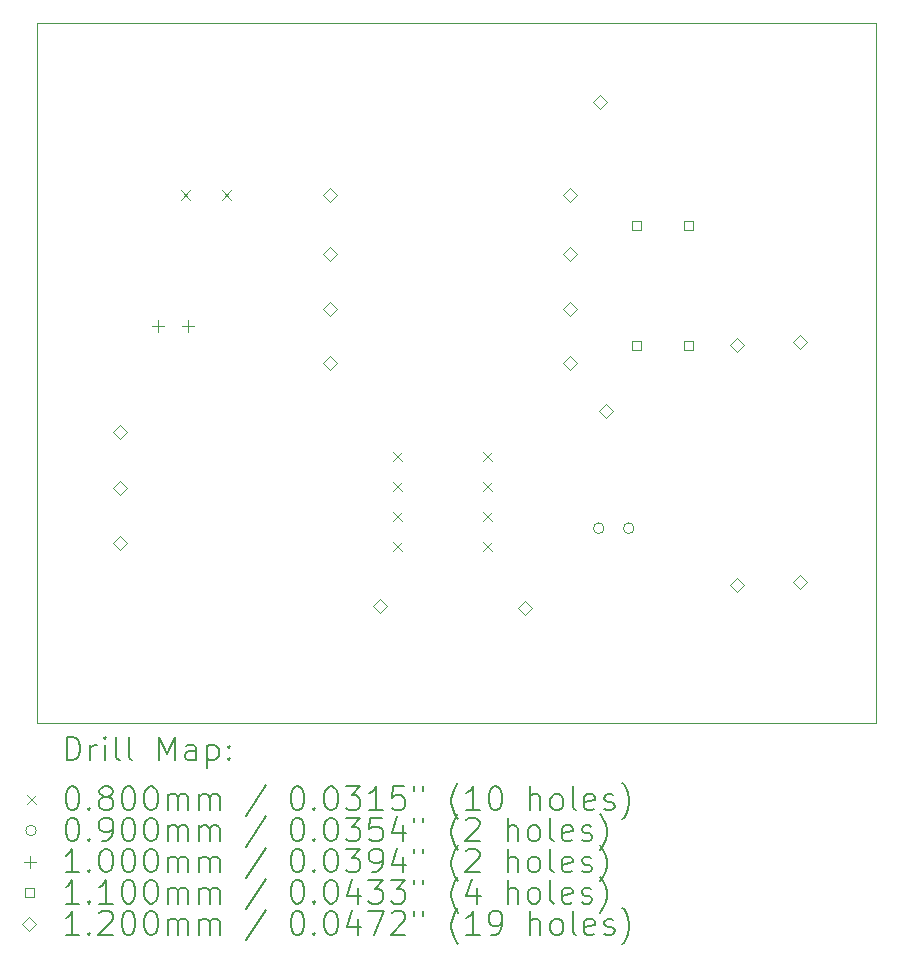
<source format=gbr>
%TF.GenerationSoftware,KiCad,Pcbnew,(6.0.9-0)*%
%TF.CreationDate,2023-01-30T19:32:21-05:00*%
%TF.ProjectId,LM741_Tester,4c4d3734-315f-4546-9573-7465722e6b69,rev?*%
%TF.SameCoordinates,Original*%
%TF.FileFunction,Drillmap*%
%TF.FilePolarity,Positive*%
%FSLAX45Y45*%
G04 Gerber Fmt 4.5, Leading zero omitted, Abs format (unit mm)*
G04 Created by KiCad (PCBNEW (6.0.9-0)) date 2023-01-30 19:32:21*
%MOMM*%
%LPD*%
G01*
G04 APERTURE LIST*
%ADD10C,0.100000*%
%ADD11C,0.200000*%
%ADD12C,0.080000*%
%ADD13C,0.090000*%
%ADD14C,0.110000*%
%ADD15C,0.120000*%
G04 APERTURE END LIST*
D10*
X13479900Y-3724900D02*
X20585100Y-3724900D01*
X20585100Y-3724900D02*
X20585100Y-9652000D01*
X20585100Y-9652000D02*
X13479900Y-9652000D01*
X13479900Y-9652000D02*
X13479900Y-3724900D01*
D11*
D12*
X14697600Y-5141600D02*
X14777600Y-5221600D01*
X14777600Y-5141600D02*
X14697600Y-5221600D01*
X15047600Y-5141600D02*
X15127600Y-5221600D01*
X15127600Y-5141600D02*
X15047600Y-5221600D01*
X16494400Y-7352400D02*
X16574400Y-7432400D01*
X16574400Y-7352400D02*
X16494400Y-7432400D01*
X16494400Y-7606400D02*
X16574400Y-7686400D01*
X16574400Y-7606400D02*
X16494400Y-7686400D01*
X16494400Y-7860400D02*
X16574400Y-7940400D01*
X16574400Y-7860400D02*
X16494400Y-7940400D01*
X16494400Y-8114400D02*
X16574400Y-8194400D01*
X16574400Y-8114400D02*
X16494400Y-8194400D01*
X17256400Y-7352400D02*
X17336400Y-7432400D01*
X17336400Y-7352400D02*
X17256400Y-7432400D01*
X17256400Y-7606400D02*
X17336400Y-7686400D01*
X17336400Y-7606400D02*
X17256400Y-7686400D01*
X17256400Y-7860400D02*
X17336400Y-7940400D01*
X17336400Y-7860400D02*
X17256400Y-7940400D01*
X17256400Y-8114400D02*
X17336400Y-8194400D01*
X17336400Y-8114400D02*
X17256400Y-8194400D01*
D13*
X18281700Y-8001000D02*
G75*
G03*
X18281700Y-8001000I-45000J0D01*
G01*
X18535700Y-8001000D02*
G75*
G03*
X18535700Y-8001000I-45000J0D01*
G01*
D10*
X14503900Y-6236500D02*
X14503900Y-6336500D01*
X14453900Y-6286500D02*
X14553900Y-6286500D01*
X14757900Y-6236500D02*
X14757900Y-6336500D01*
X14707900Y-6286500D02*
X14807900Y-6286500D01*
D14*
X18593591Y-5474491D02*
X18593591Y-5396709D01*
X18515809Y-5396709D01*
X18515809Y-5474491D01*
X18593591Y-5474491D01*
X18593591Y-6490491D02*
X18593591Y-6412709D01*
X18515809Y-6412709D01*
X18515809Y-6490491D01*
X18593591Y-6490491D01*
X19038091Y-5474491D02*
X19038091Y-5396709D01*
X18960309Y-5396709D01*
X18960309Y-5474491D01*
X19038091Y-5474491D01*
X19038091Y-6490491D02*
X19038091Y-6412709D01*
X18960309Y-6412709D01*
X18960309Y-6490491D01*
X19038091Y-6490491D01*
D15*
X14185900Y-7248200D02*
X14245900Y-7188200D01*
X14185900Y-7128200D01*
X14125900Y-7188200D01*
X14185900Y-7248200D01*
X14185900Y-7718200D02*
X14245900Y-7658200D01*
X14185900Y-7598200D01*
X14125900Y-7658200D01*
X14185900Y-7718200D01*
X14185900Y-8188200D02*
X14245900Y-8128200D01*
X14185900Y-8068200D01*
X14125900Y-8128200D01*
X14185900Y-8188200D01*
X15963900Y-5241600D02*
X16023900Y-5181600D01*
X15963900Y-5121600D01*
X15903900Y-5181600D01*
X15963900Y-5241600D01*
X15963900Y-5736900D02*
X16023900Y-5676900D01*
X15963900Y-5616900D01*
X15903900Y-5676900D01*
X15963900Y-5736900D01*
X15963900Y-6206800D02*
X16023900Y-6146800D01*
X15963900Y-6086800D01*
X15903900Y-6146800D01*
X15963900Y-6206800D01*
X15963900Y-6664000D02*
X16023900Y-6604000D01*
X15963900Y-6544000D01*
X15903900Y-6604000D01*
X15963900Y-6664000D01*
X16383000Y-8721400D02*
X16443000Y-8661400D01*
X16383000Y-8601400D01*
X16323000Y-8661400D01*
X16383000Y-8721400D01*
X17614900Y-8734100D02*
X17674900Y-8674100D01*
X17614900Y-8614100D01*
X17554900Y-8674100D01*
X17614900Y-8734100D01*
X17995900Y-5241600D02*
X18055900Y-5181600D01*
X17995900Y-5121600D01*
X17935900Y-5181600D01*
X17995900Y-5241600D01*
X17995900Y-5736900D02*
X18055900Y-5676900D01*
X17995900Y-5616900D01*
X17935900Y-5676900D01*
X17995900Y-5736900D01*
X17995900Y-6206800D02*
X18055900Y-6146800D01*
X17995900Y-6086800D01*
X17935900Y-6146800D01*
X17995900Y-6206800D01*
X17995900Y-6664000D02*
X18055900Y-6604000D01*
X17995900Y-6544000D01*
X17935900Y-6604000D01*
X17995900Y-6664000D01*
X18249900Y-4454200D02*
X18309900Y-4394200D01*
X18249900Y-4334200D01*
X18189900Y-4394200D01*
X18249900Y-4454200D01*
X18300700Y-7070400D02*
X18360700Y-7010400D01*
X18300700Y-6950400D01*
X18240700Y-7010400D01*
X18300700Y-7070400D01*
X19405600Y-6511600D02*
X19465600Y-6451600D01*
X19405600Y-6391600D01*
X19345600Y-6451600D01*
X19405600Y-6511600D01*
X19405600Y-8543600D02*
X19465600Y-8483600D01*
X19405600Y-8423600D01*
X19345600Y-8483600D01*
X19405600Y-8543600D01*
X19939000Y-6486200D02*
X19999000Y-6426200D01*
X19939000Y-6366200D01*
X19879000Y-6426200D01*
X19939000Y-6486200D01*
X19939000Y-8518200D02*
X19999000Y-8458200D01*
X19939000Y-8398200D01*
X19879000Y-8458200D01*
X19939000Y-8518200D01*
D11*
X13732519Y-9967476D02*
X13732519Y-9767476D01*
X13780138Y-9767476D01*
X13808709Y-9777000D01*
X13827757Y-9796048D01*
X13837281Y-9815095D01*
X13846805Y-9853190D01*
X13846805Y-9881762D01*
X13837281Y-9919857D01*
X13827757Y-9938905D01*
X13808709Y-9957952D01*
X13780138Y-9967476D01*
X13732519Y-9967476D01*
X13932519Y-9967476D02*
X13932519Y-9834143D01*
X13932519Y-9872238D02*
X13942043Y-9853190D01*
X13951567Y-9843667D01*
X13970614Y-9834143D01*
X13989662Y-9834143D01*
X14056328Y-9967476D02*
X14056328Y-9834143D01*
X14056328Y-9767476D02*
X14046805Y-9777000D01*
X14056328Y-9786524D01*
X14065852Y-9777000D01*
X14056328Y-9767476D01*
X14056328Y-9786524D01*
X14180138Y-9967476D02*
X14161090Y-9957952D01*
X14151567Y-9938905D01*
X14151567Y-9767476D01*
X14284900Y-9967476D02*
X14265852Y-9957952D01*
X14256328Y-9938905D01*
X14256328Y-9767476D01*
X14513471Y-9967476D02*
X14513471Y-9767476D01*
X14580138Y-9910333D01*
X14646805Y-9767476D01*
X14646805Y-9967476D01*
X14827757Y-9967476D02*
X14827757Y-9862714D01*
X14818233Y-9843667D01*
X14799186Y-9834143D01*
X14761090Y-9834143D01*
X14742043Y-9843667D01*
X14827757Y-9957952D02*
X14808709Y-9967476D01*
X14761090Y-9967476D01*
X14742043Y-9957952D01*
X14732519Y-9938905D01*
X14732519Y-9919857D01*
X14742043Y-9900810D01*
X14761090Y-9891286D01*
X14808709Y-9891286D01*
X14827757Y-9881762D01*
X14922995Y-9834143D02*
X14922995Y-10034143D01*
X14922995Y-9843667D02*
X14942043Y-9834143D01*
X14980138Y-9834143D01*
X14999186Y-9843667D01*
X15008709Y-9853190D01*
X15018233Y-9872238D01*
X15018233Y-9929381D01*
X15008709Y-9948429D01*
X14999186Y-9957952D01*
X14980138Y-9967476D01*
X14942043Y-9967476D01*
X14922995Y-9957952D01*
X15103948Y-9948429D02*
X15113471Y-9957952D01*
X15103948Y-9967476D01*
X15094424Y-9957952D01*
X15103948Y-9948429D01*
X15103948Y-9967476D01*
X15103948Y-9843667D02*
X15113471Y-9853190D01*
X15103948Y-9862714D01*
X15094424Y-9853190D01*
X15103948Y-9843667D01*
X15103948Y-9862714D01*
D12*
X13394900Y-10257000D02*
X13474900Y-10337000D01*
X13474900Y-10257000D02*
X13394900Y-10337000D01*
D11*
X13770614Y-10187476D02*
X13789662Y-10187476D01*
X13808709Y-10197000D01*
X13818233Y-10206524D01*
X13827757Y-10225571D01*
X13837281Y-10263667D01*
X13837281Y-10311286D01*
X13827757Y-10349381D01*
X13818233Y-10368429D01*
X13808709Y-10377952D01*
X13789662Y-10387476D01*
X13770614Y-10387476D01*
X13751567Y-10377952D01*
X13742043Y-10368429D01*
X13732519Y-10349381D01*
X13722995Y-10311286D01*
X13722995Y-10263667D01*
X13732519Y-10225571D01*
X13742043Y-10206524D01*
X13751567Y-10197000D01*
X13770614Y-10187476D01*
X13922995Y-10368429D02*
X13932519Y-10377952D01*
X13922995Y-10387476D01*
X13913471Y-10377952D01*
X13922995Y-10368429D01*
X13922995Y-10387476D01*
X14046805Y-10273190D02*
X14027757Y-10263667D01*
X14018233Y-10254143D01*
X14008709Y-10235095D01*
X14008709Y-10225571D01*
X14018233Y-10206524D01*
X14027757Y-10197000D01*
X14046805Y-10187476D01*
X14084900Y-10187476D01*
X14103948Y-10197000D01*
X14113471Y-10206524D01*
X14122995Y-10225571D01*
X14122995Y-10235095D01*
X14113471Y-10254143D01*
X14103948Y-10263667D01*
X14084900Y-10273190D01*
X14046805Y-10273190D01*
X14027757Y-10282714D01*
X14018233Y-10292238D01*
X14008709Y-10311286D01*
X14008709Y-10349381D01*
X14018233Y-10368429D01*
X14027757Y-10377952D01*
X14046805Y-10387476D01*
X14084900Y-10387476D01*
X14103948Y-10377952D01*
X14113471Y-10368429D01*
X14122995Y-10349381D01*
X14122995Y-10311286D01*
X14113471Y-10292238D01*
X14103948Y-10282714D01*
X14084900Y-10273190D01*
X14246805Y-10187476D02*
X14265852Y-10187476D01*
X14284900Y-10197000D01*
X14294424Y-10206524D01*
X14303948Y-10225571D01*
X14313471Y-10263667D01*
X14313471Y-10311286D01*
X14303948Y-10349381D01*
X14294424Y-10368429D01*
X14284900Y-10377952D01*
X14265852Y-10387476D01*
X14246805Y-10387476D01*
X14227757Y-10377952D01*
X14218233Y-10368429D01*
X14208709Y-10349381D01*
X14199186Y-10311286D01*
X14199186Y-10263667D01*
X14208709Y-10225571D01*
X14218233Y-10206524D01*
X14227757Y-10197000D01*
X14246805Y-10187476D01*
X14437281Y-10187476D02*
X14456328Y-10187476D01*
X14475376Y-10197000D01*
X14484900Y-10206524D01*
X14494424Y-10225571D01*
X14503948Y-10263667D01*
X14503948Y-10311286D01*
X14494424Y-10349381D01*
X14484900Y-10368429D01*
X14475376Y-10377952D01*
X14456328Y-10387476D01*
X14437281Y-10387476D01*
X14418233Y-10377952D01*
X14408709Y-10368429D01*
X14399186Y-10349381D01*
X14389662Y-10311286D01*
X14389662Y-10263667D01*
X14399186Y-10225571D01*
X14408709Y-10206524D01*
X14418233Y-10197000D01*
X14437281Y-10187476D01*
X14589662Y-10387476D02*
X14589662Y-10254143D01*
X14589662Y-10273190D02*
X14599186Y-10263667D01*
X14618233Y-10254143D01*
X14646805Y-10254143D01*
X14665852Y-10263667D01*
X14675376Y-10282714D01*
X14675376Y-10387476D01*
X14675376Y-10282714D02*
X14684900Y-10263667D01*
X14703948Y-10254143D01*
X14732519Y-10254143D01*
X14751567Y-10263667D01*
X14761090Y-10282714D01*
X14761090Y-10387476D01*
X14856328Y-10387476D02*
X14856328Y-10254143D01*
X14856328Y-10273190D02*
X14865852Y-10263667D01*
X14884900Y-10254143D01*
X14913471Y-10254143D01*
X14932519Y-10263667D01*
X14942043Y-10282714D01*
X14942043Y-10387476D01*
X14942043Y-10282714D02*
X14951567Y-10263667D01*
X14970614Y-10254143D01*
X14999186Y-10254143D01*
X15018233Y-10263667D01*
X15027757Y-10282714D01*
X15027757Y-10387476D01*
X15418233Y-10177952D02*
X15246805Y-10435095D01*
X15675376Y-10187476D02*
X15694424Y-10187476D01*
X15713471Y-10197000D01*
X15722995Y-10206524D01*
X15732519Y-10225571D01*
X15742043Y-10263667D01*
X15742043Y-10311286D01*
X15732519Y-10349381D01*
X15722995Y-10368429D01*
X15713471Y-10377952D01*
X15694424Y-10387476D01*
X15675376Y-10387476D01*
X15656328Y-10377952D01*
X15646805Y-10368429D01*
X15637281Y-10349381D01*
X15627757Y-10311286D01*
X15627757Y-10263667D01*
X15637281Y-10225571D01*
X15646805Y-10206524D01*
X15656328Y-10197000D01*
X15675376Y-10187476D01*
X15827757Y-10368429D02*
X15837281Y-10377952D01*
X15827757Y-10387476D01*
X15818233Y-10377952D01*
X15827757Y-10368429D01*
X15827757Y-10387476D01*
X15961090Y-10187476D02*
X15980138Y-10187476D01*
X15999186Y-10197000D01*
X16008709Y-10206524D01*
X16018233Y-10225571D01*
X16027757Y-10263667D01*
X16027757Y-10311286D01*
X16018233Y-10349381D01*
X16008709Y-10368429D01*
X15999186Y-10377952D01*
X15980138Y-10387476D01*
X15961090Y-10387476D01*
X15942043Y-10377952D01*
X15932519Y-10368429D01*
X15922995Y-10349381D01*
X15913471Y-10311286D01*
X15913471Y-10263667D01*
X15922995Y-10225571D01*
X15932519Y-10206524D01*
X15942043Y-10197000D01*
X15961090Y-10187476D01*
X16094424Y-10187476D02*
X16218233Y-10187476D01*
X16151567Y-10263667D01*
X16180138Y-10263667D01*
X16199186Y-10273190D01*
X16208709Y-10282714D01*
X16218233Y-10301762D01*
X16218233Y-10349381D01*
X16208709Y-10368429D01*
X16199186Y-10377952D01*
X16180138Y-10387476D01*
X16122995Y-10387476D01*
X16103948Y-10377952D01*
X16094424Y-10368429D01*
X16408709Y-10387476D02*
X16294424Y-10387476D01*
X16351567Y-10387476D02*
X16351567Y-10187476D01*
X16332519Y-10216048D01*
X16313471Y-10235095D01*
X16294424Y-10244619D01*
X16589662Y-10187476D02*
X16494424Y-10187476D01*
X16484900Y-10282714D01*
X16494424Y-10273190D01*
X16513471Y-10263667D01*
X16561090Y-10263667D01*
X16580138Y-10273190D01*
X16589662Y-10282714D01*
X16599186Y-10301762D01*
X16599186Y-10349381D01*
X16589662Y-10368429D01*
X16580138Y-10377952D01*
X16561090Y-10387476D01*
X16513471Y-10387476D01*
X16494424Y-10377952D01*
X16484900Y-10368429D01*
X16675376Y-10187476D02*
X16675376Y-10225571D01*
X16751567Y-10187476D02*
X16751567Y-10225571D01*
X17046805Y-10463667D02*
X17037281Y-10454143D01*
X17018233Y-10425571D01*
X17008710Y-10406524D01*
X16999186Y-10377952D01*
X16989662Y-10330333D01*
X16989662Y-10292238D01*
X16999186Y-10244619D01*
X17008710Y-10216048D01*
X17018233Y-10197000D01*
X17037281Y-10168429D01*
X17046805Y-10158905D01*
X17227757Y-10387476D02*
X17113471Y-10387476D01*
X17170614Y-10387476D02*
X17170614Y-10187476D01*
X17151567Y-10216048D01*
X17132519Y-10235095D01*
X17113471Y-10244619D01*
X17351567Y-10187476D02*
X17370614Y-10187476D01*
X17389662Y-10197000D01*
X17399186Y-10206524D01*
X17408710Y-10225571D01*
X17418233Y-10263667D01*
X17418233Y-10311286D01*
X17408710Y-10349381D01*
X17399186Y-10368429D01*
X17389662Y-10377952D01*
X17370614Y-10387476D01*
X17351567Y-10387476D01*
X17332519Y-10377952D01*
X17322995Y-10368429D01*
X17313471Y-10349381D01*
X17303948Y-10311286D01*
X17303948Y-10263667D01*
X17313471Y-10225571D01*
X17322995Y-10206524D01*
X17332519Y-10197000D01*
X17351567Y-10187476D01*
X17656329Y-10387476D02*
X17656329Y-10187476D01*
X17742043Y-10387476D02*
X17742043Y-10282714D01*
X17732519Y-10263667D01*
X17713471Y-10254143D01*
X17684900Y-10254143D01*
X17665852Y-10263667D01*
X17656329Y-10273190D01*
X17865852Y-10387476D02*
X17846805Y-10377952D01*
X17837281Y-10368429D01*
X17827757Y-10349381D01*
X17827757Y-10292238D01*
X17837281Y-10273190D01*
X17846805Y-10263667D01*
X17865852Y-10254143D01*
X17894424Y-10254143D01*
X17913471Y-10263667D01*
X17922995Y-10273190D01*
X17932519Y-10292238D01*
X17932519Y-10349381D01*
X17922995Y-10368429D01*
X17913471Y-10377952D01*
X17894424Y-10387476D01*
X17865852Y-10387476D01*
X18046805Y-10387476D02*
X18027757Y-10377952D01*
X18018233Y-10358905D01*
X18018233Y-10187476D01*
X18199186Y-10377952D02*
X18180138Y-10387476D01*
X18142043Y-10387476D01*
X18122995Y-10377952D01*
X18113471Y-10358905D01*
X18113471Y-10282714D01*
X18122995Y-10263667D01*
X18142043Y-10254143D01*
X18180138Y-10254143D01*
X18199186Y-10263667D01*
X18208710Y-10282714D01*
X18208710Y-10301762D01*
X18113471Y-10320810D01*
X18284900Y-10377952D02*
X18303948Y-10387476D01*
X18342043Y-10387476D01*
X18361090Y-10377952D01*
X18370614Y-10358905D01*
X18370614Y-10349381D01*
X18361090Y-10330333D01*
X18342043Y-10320810D01*
X18313471Y-10320810D01*
X18294424Y-10311286D01*
X18284900Y-10292238D01*
X18284900Y-10282714D01*
X18294424Y-10263667D01*
X18313471Y-10254143D01*
X18342043Y-10254143D01*
X18361090Y-10263667D01*
X18437281Y-10463667D02*
X18446805Y-10454143D01*
X18465852Y-10425571D01*
X18475376Y-10406524D01*
X18484900Y-10377952D01*
X18494424Y-10330333D01*
X18494424Y-10292238D01*
X18484900Y-10244619D01*
X18475376Y-10216048D01*
X18465852Y-10197000D01*
X18446805Y-10168429D01*
X18437281Y-10158905D01*
D13*
X13474900Y-10561000D02*
G75*
G03*
X13474900Y-10561000I-45000J0D01*
G01*
D11*
X13770614Y-10451476D02*
X13789662Y-10451476D01*
X13808709Y-10461000D01*
X13818233Y-10470524D01*
X13827757Y-10489571D01*
X13837281Y-10527667D01*
X13837281Y-10575286D01*
X13827757Y-10613381D01*
X13818233Y-10632429D01*
X13808709Y-10641952D01*
X13789662Y-10651476D01*
X13770614Y-10651476D01*
X13751567Y-10641952D01*
X13742043Y-10632429D01*
X13732519Y-10613381D01*
X13722995Y-10575286D01*
X13722995Y-10527667D01*
X13732519Y-10489571D01*
X13742043Y-10470524D01*
X13751567Y-10461000D01*
X13770614Y-10451476D01*
X13922995Y-10632429D02*
X13932519Y-10641952D01*
X13922995Y-10651476D01*
X13913471Y-10641952D01*
X13922995Y-10632429D01*
X13922995Y-10651476D01*
X14027757Y-10651476D02*
X14065852Y-10651476D01*
X14084900Y-10641952D01*
X14094424Y-10632429D01*
X14113471Y-10603857D01*
X14122995Y-10565762D01*
X14122995Y-10489571D01*
X14113471Y-10470524D01*
X14103948Y-10461000D01*
X14084900Y-10451476D01*
X14046805Y-10451476D01*
X14027757Y-10461000D01*
X14018233Y-10470524D01*
X14008709Y-10489571D01*
X14008709Y-10537190D01*
X14018233Y-10556238D01*
X14027757Y-10565762D01*
X14046805Y-10575286D01*
X14084900Y-10575286D01*
X14103948Y-10565762D01*
X14113471Y-10556238D01*
X14122995Y-10537190D01*
X14246805Y-10451476D02*
X14265852Y-10451476D01*
X14284900Y-10461000D01*
X14294424Y-10470524D01*
X14303948Y-10489571D01*
X14313471Y-10527667D01*
X14313471Y-10575286D01*
X14303948Y-10613381D01*
X14294424Y-10632429D01*
X14284900Y-10641952D01*
X14265852Y-10651476D01*
X14246805Y-10651476D01*
X14227757Y-10641952D01*
X14218233Y-10632429D01*
X14208709Y-10613381D01*
X14199186Y-10575286D01*
X14199186Y-10527667D01*
X14208709Y-10489571D01*
X14218233Y-10470524D01*
X14227757Y-10461000D01*
X14246805Y-10451476D01*
X14437281Y-10451476D02*
X14456328Y-10451476D01*
X14475376Y-10461000D01*
X14484900Y-10470524D01*
X14494424Y-10489571D01*
X14503948Y-10527667D01*
X14503948Y-10575286D01*
X14494424Y-10613381D01*
X14484900Y-10632429D01*
X14475376Y-10641952D01*
X14456328Y-10651476D01*
X14437281Y-10651476D01*
X14418233Y-10641952D01*
X14408709Y-10632429D01*
X14399186Y-10613381D01*
X14389662Y-10575286D01*
X14389662Y-10527667D01*
X14399186Y-10489571D01*
X14408709Y-10470524D01*
X14418233Y-10461000D01*
X14437281Y-10451476D01*
X14589662Y-10651476D02*
X14589662Y-10518143D01*
X14589662Y-10537190D02*
X14599186Y-10527667D01*
X14618233Y-10518143D01*
X14646805Y-10518143D01*
X14665852Y-10527667D01*
X14675376Y-10546714D01*
X14675376Y-10651476D01*
X14675376Y-10546714D02*
X14684900Y-10527667D01*
X14703948Y-10518143D01*
X14732519Y-10518143D01*
X14751567Y-10527667D01*
X14761090Y-10546714D01*
X14761090Y-10651476D01*
X14856328Y-10651476D02*
X14856328Y-10518143D01*
X14856328Y-10537190D02*
X14865852Y-10527667D01*
X14884900Y-10518143D01*
X14913471Y-10518143D01*
X14932519Y-10527667D01*
X14942043Y-10546714D01*
X14942043Y-10651476D01*
X14942043Y-10546714D02*
X14951567Y-10527667D01*
X14970614Y-10518143D01*
X14999186Y-10518143D01*
X15018233Y-10527667D01*
X15027757Y-10546714D01*
X15027757Y-10651476D01*
X15418233Y-10441952D02*
X15246805Y-10699095D01*
X15675376Y-10451476D02*
X15694424Y-10451476D01*
X15713471Y-10461000D01*
X15722995Y-10470524D01*
X15732519Y-10489571D01*
X15742043Y-10527667D01*
X15742043Y-10575286D01*
X15732519Y-10613381D01*
X15722995Y-10632429D01*
X15713471Y-10641952D01*
X15694424Y-10651476D01*
X15675376Y-10651476D01*
X15656328Y-10641952D01*
X15646805Y-10632429D01*
X15637281Y-10613381D01*
X15627757Y-10575286D01*
X15627757Y-10527667D01*
X15637281Y-10489571D01*
X15646805Y-10470524D01*
X15656328Y-10461000D01*
X15675376Y-10451476D01*
X15827757Y-10632429D02*
X15837281Y-10641952D01*
X15827757Y-10651476D01*
X15818233Y-10641952D01*
X15827757Y-10632429D01*
X15827757Y-10651476D01*
X15961090Y-10451476D02*
X15980138Y-10451476D01*
X15999186Y-10461000D01*
X16008709Y-10470524D01*
X16018233Y-10489571D01*
X16027757Y-10527667D01*
X16027757Y-10575286D01*
X16018233Y-10613381D01*
X16008709Y-10632429D01*
X15999186Y-10641952D01*
X15980138Y-10651476D01*
X15961090Y-10651476D01*
X15942043Y-10641952D01*
X15932519Y-10632429D01*
X15922995Y-10613381D01*
X15913471Y-10575286D01*
X15913471Y-10527667D01*
X15922995Y-10489571D01*
X15932519Y-10470524D01*
X15942043Y-10461000D01*
X15961090Y-10451476D01*
X16094424Y-10451476D02*
X16218233Y-10451476D01*
X16151567Y-10527667D01*
X16180138Y-10527667D01*
X16199186Y-10537190D01*
X16208709Y-10546714D01*
X16218233Y-10565762D01*
X16218233Y-10613381D01*
X16208709Y-10632429D01*
X16199186Y-10641952D01*
X16180138Y-10651476D01*
X16122995Y-10651476D01*
X16103948Y-10641952D01*
X16094424Y-10632429D01*
X16399186Y-10451476D02*
X16303948Y-10451476D01*
X16294424Y-10546714D01*
X16303948Y-10537190D01*
X16322995Y-10527667D01*
X16370614Y-10527667D01*
X16389662Y-10537190D01*
X16399186Y-10546714D01*
X16408709Y-10565762D01*
X16408709Y-10613381D01*
X16399186Y-10632429D01*
X16389662Y-10641952D01*
X16370614Y-10651476D01*
X16322995Y-10651476D01*
X16303948Y-10641952D01*
X16294424Y-10632429D01*
X16580138Y-10518143D02*
X16580138Y-10651476D01*
X16532519Y-10441952D02*
X16484900Y-10584810D01*
X16608709Y-10584810D01*
X16675376Y-10451476D02*
X16675376Y-10489571D01*
X16751567Y-10451476D02*
X16751567Y-10489571D01*
X17046805Y-10727667D02*
X17037281Y-10718143D01*
X17018233Y-10689571D01*
X17008710Y-10670524D01*
X16999186Y-10641952D01*
X16989662Y-10594333D01*
X16989662Y-10556238D01*
X16999186Y-10508619D01*
X17008710Y-10480048D01*
X17018233Y-10461000D01*
X17037281Y-10432429D01*
X17046805Y-10422905D01*
X17113471Y-10470524D02*
X17122995Y-10461000D01*
X17142043Y-10451476D01*
X17189662Y-10451476D01*
X17208710Y-10461000D01*
X17218233Y-10470524D01*
X17227757Y-10489571D01*
X17227757Y-10508619D01*
X17218233Y-10537190D01*
X17103948Y-10651476D01*
X17227757Y-10651476D01*
X17465852Y-10651476D02*
X17465852Y-10451476D01*
X17551567Y-10651476D02*
X17551567Y-10546714D01*
X17542043Y-10527667D01*
X17522995Y-10518143D01*
X17494424Y-10518143D01*
X17475376Y-10527667D01*
X17465852Y-10537190D01*
X17675376Y-10651476D02*
X17656329Y-10641952D01*
X17646805Y-10632429D01*
X17637281Y-10613381D01*
X17637281Y-10556238D01*
X17646805Y-10537190D01*
X17656329Y-10527667D01*
X17675376Y-10518143D01*
X17703948Y-10518143D01*
X17722995Y-10527667D01*
X17732519Y-10537190D01*
X17742043Y-10556238D01*
X17742043Y-10613381D01*
X17732519Y-10632429D01*
X17722995Y-10641952D01*
X17703948Y-10651476D01*
X17675376Y-10651476D01*
X17856329Y-10651476D02*
X17837281Y-10641952D01*
X17827757Y-10622905D01*
X17827757Y-10451476D01*
X18008710Y-10641952D02*
X17989662Y-10651476D01*
X17951567Y-10651476D01*
X17932519Y-10641952D01*
X17922995Y-10622905D01*
X17922995Y-10546714D01*
X17932519Y-10527667D01*
X17951567Y-10518143D01*
X17989662Y-10518143D01*
X18008710Y-10527667D01*
X18018233Y-10546714D01*
X18018233Y-10565762D01*
X17922995Y-10584810D01*
X18094424Y-10641952D02*
X18113471Y-10651476D01*
X18151567Y-10651476D01*
X18170614Y-10641952D01*
X18180138Y-10622905D01*
X18180138Y-10613381D01*
X18170614Y-10594333D01*
X18151567Y-10584810D01*
X18122995Y-10584810D01*
X18103948Y-10575286D01*
X18094424Y-10556238D01*
X18094424Y-10546714D01*
X18103948Y-10527667D01*
X18122995Y-10518143D01*
X18151567Y-10518143D01*
X18170614Y-10527667D01*
X18246805Y-10727667D02*
X18256329Y-10718143D01*
X18275376Y-10689571D01*
X18284900Y-10670524D01*
X18294424Y-10641952D01*
X18303948Y-10594333D01*
X18303948Y-10556238D01*
X18294424Y-10508619D01*
X18284900Y-10480048D01*
X18275376Y-10461000D01*
X18256329Y-10432429D01*
X18246805Y-10422905D01*
D10*
X13424900Y-10775000D02*
X13424900Y-10875000D01*
X13374900Y-10825000D02*
X13474900Y-10825000D01*
D11*
X13837281Y-10915476D02*
X13722995Y-10915476D01*
X13780138Y-10915476D02*
X13780138Y-10715476D01*
X13761090Y-10744048D01*
X13742043Y-10763095D01*
X13722995Y-10772619D01*
X13922995Y-10896429D02*
X13932519Y-10905952D01*
X13922995Y-10915476D01*
X13913471Y-10905952D01*
X13922995Y-10896429D01*
X13922995Y-10915476D01*
X14056328Y-10715476D02*
X14075376Y-10715476D01*
X14094424Y-10725000D01*
X14103948Y-10734524D01*
X14113471Y-10753571D01*
X14122995Y-10791667D01*
X14122995Y-10839286D01*
X14113471Y-10877381D01*
X14103948Y-10896429D01*
X14094424Y-10905952D01*
X14075376Y-10915476D01*
X14056328Y-10915476D01*
X14037281Y-10905952D01*
X14027757Y-10896429D01*
X14018233Y-10877381D01*
X14008709Y-10839286D01*
X14008709Y-10791667D01*
X14018233Y-10753571D01*
X14027757Y-10734524D01*
X14037281Y-10725000D01*
X14056328Y-10715476D01*
X14246805Y-10715476D02*
X14265852Y-10715476D01*
X14284900Y-10725000D01*
X14294424Y-10734524D01*
X14303948Y-10753571D01*
X14313471Y-10791667D01*
X14313471Y-10839286D01*
X14303948Y-10877381D01*
X14294424Y-10896429D01*
X14284900Y-10905952D01*
X14265852Y-10915476D01*
X14246805Y-10915476D01*
X14227757Y-10905952D01*
X14218233Y-10896429D01*
X14208709Y-10877381D01*
X14199186Y-10839286D01*
X14199186Y-10791667D01*
X14208709Y-10753571D01*
X14218233Y-10734524D01*
X14227757Y-10725000D01*
X14246805Y-10715476D01*
X14437281Y-10715476D02*
X14456328Y-10715476D01*
X14475376Y-10725000D01*
X14484900Y-10734524D01*
X14494424Y-10753571D01*
X14503948Y-10791667D01*
X14503948Y-10839286D01*
X14494424Y-10877381D01*
X14484900Y-10896429D01*
X14475376Y-10905952D01*
X14456328Y-10915476D01*
X14437281Y-10915476D01*
X14418233Y-10905952D01*
X14408709Y-10896429D01*
X14399186Y-10877381D01*
X14389662Y-10839286D01*
X14389662Y-10791667D01*
X14399186Y-10753571D01*
X14408709Y-10734524D01*
X14418233Y-10725000D01*
X14437281Y-10715476D01*
X14589662Y-10915476D02*
X14589662Y-10782143D01*
X14589662Y-10801190D02*
X14599186Y-10791667D01*
X14618233Y-10782143D01*
X14646805Y-10782143D01*
X14665852Y-10791667D01*
X14675376Y-10810714D01*
X14675376Y-10915476D01*
X14675376Y-10810714D02*
X14684900Y-10791667D01*
X14703948Y-10782143D01*
X14732519Y-10782143D01*
X14751567Y-10791667D01*
X14761090Y-10810714D01*
X14761090Y-10915476D01*
X14856328Y-10915476D02*
X14856328Y-10782143D01*
X14856328Y-10801190D02*
X14865852Y-10791667D01*
X14884900Y-10782143D01*
X14913471Y-10782143D01*
X14932519Y-10791667D01*
X14942043Y-10810714D01*
X14942043Y-10915476D01*
X14942043Y-10810714D02*
X14951567Y-10791667D01*
X14970614Y-10782143D01*
X14999186Y-10782143D01*
X15018233Y-10791667D01*
X15027757Y-10810714D01*
X15027757Y-10915476D01*
X15418233Y-10705952D02*
X15246805Y-10963095D01*
X15675376Y-10715476D02*
X15694424Y-10715476D01*
X15713471Y-10725000D01*
X15722995Y-10734524D01*
X15732519Y-10753571D01*
X15742043Y-10791667D01*
X15742043Y-10839286D01*
X15732519Y-10877381D01*
X15722995Y-10896429D01*
X15713471Y-10905952D01*
X15694424Y-10915476D01*
X15675376Y-10915476D01*
X15656328Y-10905952D01*
X15646805Y-10896429D01*
X15637281Y-10877381D01*
X15627757Y-10839286D01*
X15627757Y-10791667D01*
X15637281Y-10753571D01*
X15646805Y-10734524D01*
X15656328Y-10725000D01*
X15675376Y-10715476D01*
X15827757Y-10896429D02*
X15837281Y-10905952D01*
X15827757Y-10915476D01*
X15818233Y-10905952D01*
X15827757Y-10896429D01*
X15827757Y-10915476D01*
X15961090Y-10715476D02*
X15980138Y-10715476D01*
X15999186Y-10725000D01*
X16008709Y-10734524D01*
X16018233Y-10753571D01*
X16027757Y-10791667D01*
X16027757Y-10839286D01*
X16018233Y-10877381D01*
X16008709Y-10896429D01*
X15999186Y-10905952D01*
X15980138Y-10915476D01*
X15961090Y-10915476D01*
X15942043Y-10905952D01*
X15932519Y-10896429D01*
X15922995Y-10877381D01*
X15913471Y-10839286D01*
X15913471Y-10791667D01*
X15922995Y-10753571D01*
X15932519Y-10734524D01*
X15942043Y-10725000D01*
X15961090Y-10715476D01*
X16094424Y-10715476D02*
X16218233Y-10715476D01*
X16151567Y-10791667D01*
X16180138Y-10791667D01*
X16199186Y-10801190D01*
X16208709Y-10810714D01*
X16218233Y-10829762D01*
X16218233Y-10877381D01*
X16208709Y-10896429D01*
X16199186Y-10905952D01*
X16180138Y-10915476D01*
X16122995Y-10915476D01*
X16103948Y-10905952D01*
X16094424Y-10896429D01*
X16313471Y-10915476D02*
X16351567Y-10915476D01*
X16370614Y-10905952D01*
X16380138Y-10896429D01*
X16399186Y-10867857D01*
X16408709Y-10829762D01*
X16408709Y-10753571D01*
X16399186Y-10734524D01*
X16389662Y-10725000D01*
X16370614Y-10715476D01*
X16332519Y-10715476D01*
X16313471Y-10725000D01*
X16303948Y-10734524D01*
X16294424Y-10753571D01*
X16294424Y-10801190D01*
X16303948Y-10820238D01*
X16313471Y-10829762D01*
X16332519Y-10839286D01*
X16370614Y-10839286D01*
X16389662Y-10829762D01*
X16399186Y-10820238D01*
X16408709Y-10801190D01*
X16580138Y-10782143D02*
X16580138Y-10915476D01*
X16532519Y-10705952D02*
X16484900Y-10848810D01*
X16608709Y-10848810D01*
X16675376Y-10715476D02*
X16675376Y-10753571D01*
X16751567Y-10715476D02*
X16751567Y-10753571D01*
X17046805Y-10991667D02*
X17037281Y-10982143D01*
X17018233Y-10953571D01*
X17008710Y-10934524D01*
X16999186Y-10905952D01*
X16989662Y-10858333D01*
X16989662Y-10820238D01*
X16999186Y-10772619D01*
X17008710Y-10744048D01*
X17018233Y-10725000D01*
X17037281Y-10696429D01*
X17046805Y-10686905D01*
X17113471Y-10734524D02*
X17122995Y-10725000D01*
X17142043Y-10715476D01*
X17189662Y-10715476D01*
X17208710Y-10725000D01*
X17218233Y-10734524D01*
X17227757Y-10753571D01*
X17227757Y-10772619D01*
X17218233Y-10801190D01*
X17103948Y-10915476D01*
X17227757Y-10915476D01*
X17465852Y-10915476D02*
X17465852Y-10715476D01*
X17551567Y-10915476D02*
X17551567Y-10810714D01*
X17542043Y-10791667D01*
X17522995Y-10782143D01*
X17494424Y-10782143D01*
X17475376Y-10791667D01*
X17465852Y-10801190D01*
X17675376Y-10915476D02*
X17656329Y-10905952D01*
X17646805Y-10896429D01*
X17637281Y-10877381D01*
X17637281Y-10820238D01*
X17646805Y-10801190D01*
X17656329Y-10791667D01*
X17675376Y-10782143D01*
X17703948Y-10782143D01*
X17722995Y-10791667D01*
X17732519Y-10801190D01*
X17742043Y-10820238D01*
X17742043Y-10877381D01*
X17732519Y-10896429D01*
X17722995Y-10905952D01*
X17703948Y-10915476D01*
X17675376Y-10915476D01*
X17856329Y-10915476D02*
X17837281Y-10905952D01*
X17827757Y-10886905D01*
X17827757Y-10715476D01*
X18008710Y-10905952D02*
X17989662Y-10915476D01*
X17951567Y-10915476D01*
X17932519Y-10905952D01*
X17922995Y-10886905D01*
X17922995Y-10810714D01*
X17932519Y-10791667D01*
X17951567Y-10782143D01*
X17989662Y-10782143D01*
X18008710Y-10791667D01*
X18018233Y-10810714D01*
X18018233Y-10829762D01*
X17922995Y-10848810D01*
X18094424Y-10905952D02*
X18113471Y-10915476D01*
X18151567Y-10915476D01*
X18170614Y-10905952D01*
X18180138Y-10886905D01*
X18180138Y-10877381D01*
X18170614Y-10858333D01*
X18151567Y-10848810D01*
X18122995Y-10848810D01*
X18103948Y-10839286D01*
X18094424Y-10820238D01*
X18094424Y-10810714D01*
X18103948Y-10791667D01*
X18122995Y-10782143D01*
X18151567Y-10782143D01*
X18170614Y-10791667D01*
X18246805Y-10991667D02*
X18256329Y-10982143D01*
X18275376Y-10953571D01*
X18284900Y-10934524D01*
X18294424Y-10905952D01*
X18303948Y-10858333D01*
X18303948Y-10820238D01*
X18294424Y-10772619D01*
X18284900Y-10744048D01*
X18275376Y-10725000D01*
X18256329Y-10696429D01*
X18246805Y-10686905D01*
D14*
X13458791Y-11127891D02*
X13458791Y-11050109D01*
X13381009Y-11050109D01*
X13381009Y-11127891D01*
X13458791Y-11127891D01*
D11*
X13837281Y-11179476D02*
X13722995Y-11179476D01*
X13780138Y-11179476D02*
X13780138Y-10979476D01*
X13761090Y-11008048D01*
X13742043Y-11027095D01*
X13722995Y-11036619D01*
X13922995Y-11160429D02*
X13932519Y-11169952D01*
X13922995Y-11179476D01*
X13913471Y-11169952D01*
X13922995Y-11160429D01*
X13922995Y-11179476D01*
X14122995Y-11179476D02*
X14008709Y-11179476D01*
X14065852Y-11179476D02*
X14065852Y-10979476D01*
X14046805Y-11008048D01*
X14027757Y-11027095D01*
X14008709Y-11036619D01*
X14246805Y-10979476D02*
X14265852Y-10979476D01*
X14284900Y-10989000D01*
X14294424Y-10998524D01*
X14303948Y-11017571D01*
X14313471Y-11055667D01*
X14313471Y-11103286D01*
X14303948Y-11141381D01*
X14294424Y-11160429D01*
X14284900Y-11169952D01*
X14265852Y-11179476D01*
X14246805Y-11179476D01*
X14227757Y-11169952D01*
X14218233Y-11160429D01*
X14208709Y-11141381D01*
X14199186Y-11103286D01*
X14199186Y-11055667D01*
X14208709Y-11017571D01*
X14218233Y-10998524D01*
X14227757Y-10989000D01*
X14246805Y-10979476D01*
X14437281Y-10979476D02*
X14456328Y-10979476D01*
X14475376Y-10989000D01*
X14484900Y-10998524D01*
X14494424Y-11017571D01*
X14503948Y-11055667D01*
X14503948Y-11103286D01*
X14494424Y-11141381D01*
X14484900Y-11160429D01*
X14475376Y-11169952D01*
X14456328Y-11179476D01*
X14437281Y-11179476D01*
X14418233Y-11169952D01*
X14408709Y-11160429D01*
X14399186Y-11141381D01*
X14389662Y-11103286D01*
X14389662Y-11055667D01*
X14399186Y-11017571D01*
X14408709Y-10998524D01*
X14418233Y-10989000D01*
X14437281Y-10979476D01*
X14589662Y-11179476D02*
X14589662Y-11046143D01*
X14589662Y-11065190D02*
X14599186Y-11055667D01*
X14618233Y-11046143D01*
X14646805Y-11046143D01*
X14665852Y-11055667D01*
X14675376Y-11074714D01*
X14675376Y-11179476D01*
X14675376Y-11074714D02*
X14684900Y-11055667D01*
X14703948Y-11046143D01*
X14732519Y-11046143D01*
X14751567Y-11055667D01*
X14761090Y-11074714D01*
X14761090Y-11179476D01*
X14856328Y-11179476D02*
X14856328Y-11046143D01*
X14856328Y-11065190D02*
X14865852Y-11055667D01*
X14884900Y-11046143D01*
X14913471Y-11046143D01*
X14932519Y-11055667D01*
X14942043Y-11074714D01*
X14942043Y-11179476D01*
X14942043Y-11074714D02*
X14951567Y-11055667D01*
X14970614Y-11046143D01*
X14999186Y-11046143D01*
X15018233Y-11055667D01*
X15027757Y-11074714D01*
X15027757Y-11179476D01*
X15418233Y-10969952D02*
X15246805Y-11227095D01*
X15675376Y-10979476D02*
X15694424Y-10979476D01*
X15713471Y-10989000D01*
X15722995Y-10998524D01*
X15732519Y-11017571D01*
X15742043Y-11055667D01*
X15742043Y-11103286D01*
X15732519Y-11141381D01*
X15722995Y-11160429D01*
X15713471Y-11169952D01*
X15694424Y-11179476D01*
X15675376Y-11179476D01*
X15656328Y-11169952D01*
X15646805Y-11160429D01*
X15637281Y-11141381D01*
X15627757Y-11103286D01*
X15627757Y-11055667D01*
X15637281Y-11017571D01*
X15646805Y-10998524D01*
X15656328Y-10989000D01*
X15675376Y-10979476D01*
X15827757Y-11160429D02*
X15837281Y-11169952D01*
X15827757Y-11179476D01*
X15818233Y-11169952D01*
X15827757Y-11160429D01*
X15827757Y-11179476D01*
X15961090Y-10979476D02*
X15980138Y-10979476D01*
X15999186Y-10989000D01*
X16008709Y-10998524D01*
X16018233Y-11017571D01*
X16027757Y-11055667D01*
X16027757Y-11103286D01*
X16018233Y-11141381D01*
X16008709Y-11160429D01*
X15999186Y-11169952D01*
X15980138Y-11179476D01*
X15961090Y-11179476D01*
X15942043Y-11169952D01*
X15932519Y-11160429D01*
X15922995Y-11141381D01*
X15913471Y-11103286D01*
X15913471Y-11055667D01*
X15922995Y-11017571D01*
X15932519Y-10998524D01*
X15942043Y-10989000D01*
X15961090Y-10979476D01*
X16199186Y-11046143D02*
X16199186Y-11179476D01*
X16151567Y-10969952D02*
X16103948Y-11112810D01*
X16227757Y-11112810D01*
X16284900Y-10979476D02*
X16408709Y-10979476D01*
X16342043Y-11055667D01*
X16370614Y-11055667D01*
X16389662Y-11065190D01*
X16399186Y-11074714D01*
X16408709Y-11093762D01*
X16408709Y-11141381D01*
X16399186Y-11160429D01*
X16389662Y-11169952D01*
X16370614Y-11179476D01*
X16313471Y-11179476D01*
X16294424Y-11169952D01*
X16284900Y-11160429D01*
X16475376Y-10979476D02*
X16599186Y-10979476D01*
X16532519Y-11055667D01*
X16561090Y-11055667D01*
X16580138Y-11065190D01*
X16589662Y-11074714D01*
X16599186Y-11093762D01*
X16599186Y-11141381D01*
X16589662Y-11160429D01*
X16580138Y-11169952D01*
X16561090Y-11179476D01*
X16503948Y-11179476D01*
X16484900Y-11169952D01*
X16475376Y-11160429D01*
X16675376Y-10979476D02*
X16675376Y-11017571D01*
X16751567Y-10979476D02*
X16751567Y-11017571D01*
X17046805Y-11255667D02*
X17037281Y-11246143D01*
X17018233Y-11217571D01*
X17008710Y-11198524D01*
X16999186Y-11169952D01*
X16989662Y-11122333D01*
X16989662Y-11084238D01*
X16999186Y-11036619D01*
X17008710Y-11008048D01*
X17018233Y-10989000D01*
X17037281Y-10960429D01*
X17046805Y-10950905D01*
X17208710Y-11046143D02*
X17208710Y-11179476D01*
X17161090Y-10969952D02*
X17113471Y-11112810D01*
X17237281Y-11112810D01*
X17465852Y-11179476D02*
X17465852Y-10979476D01*
X17551567Y-11179476D02*
X17551567Y-11074714D01*
X17542043Y-11055667D01*
X17522995Y-11046143D01*
X17494424Y-11046143D01*
X17475376Y-11055667D01*
X17465852Y-11065190D01*
X17675376Y-11179476D02*
X17656329Y-11169952D01*
X17646805Y-11160429D01*
X17637281Y-11141381D01*
X17637281Y-11084238D01*
X17646805Y-11065190D01*
X17656329Y-11055667D01*
X17675376Y-11046143D01*
X17703948Y-11046143D01*
X17722995Y-11055667D01*
X17732519Y-11065190D01*
X17742043Y-11084238D01*
X17742043Y-11141381D01*
X17732519Y-11160429D01*
X17722995Y-11169952D01*
X17703948Y-11179476D01*
X17675376Y-11179476D01*
X17856329Y-11179476D02*
X17837281Y-11169952D01*
X17827757Y-11150905D01*
X17827757Y-10979476D01*
X18008710Y-11169952D02*
X17989662Y-11179476D01*
X17951567Y-11179476D01*
X17932519Y-11169952D01*
X17922995Y-11150905D01*
X17922995Y-11074714D01*
X17932519Y-11055667D01*
X17951567Y-11046143D01*
X17989662Y-11046143D01*
X18008710Y-11055667D01*
X18018233Y-11074714D01*
X18018233Y-11093762D01*
X17922995Y-11112810D01*
X18094424Y-11169952D02*
X18113471Y-11179476D01*
X18151567Y-11179476D01*
X18170614Y-11169952D01*
X18180138Y-11150905D01*
X18180138Y-11141381D01*
X18170614Y-11122333D01*
X18151567Y-11112810D01*
X18122995Y-11112810D01*
X18103948Y-11103286D01*
X18094424Y-11084238D01*
X18094424Y-11074714D01*
X18103948Y-11055667D01*
X18122995Y-11046143D01*
X18151567Y-11046143D01*
X18170614Y-11055667D01*
X18246805Y-11255667D02*
X18256329Y-11246143D01*
X18275376Y-11217571D01*
X18284900Y-11198524D01*
X18294424Y-11169952D01*
X18303948Y-11122333D01*
X18303948Y-11084238D01*
X18294424Y-11036619D01*
X18284900Y-11008048D01*
X18275376Y-10989000D01*
X18256329Y-10960429D01*
X18246805Y-10950905D01*
D15*
X13414900Y-11413000D02*
X13474900Y-11353000D01*
X13414900Y-11293000D01*
X13354900Y-11353000D01*
X13414900Y-11413000D01*
D11*
X13837281Y-11443476D02*
X13722995Y-11443476D01*
X13780138Y-11443476D02*
X13780138Y-11243476D01*
X13761090Y-11272048D01*
X13742043Y-11291095D01*
X13722995Y-11300619D01*
X13922995Y-11424428D02*
X13932519Y-11433952D01*
X13922995Y-11443476D01*
X13913471Y-11433952D01*
X13922995Y-11424428D01*
X13922995Y-11443476D01*
X14008709Y-11262524D02*
X14018233Y-11253000D01*
X14037281Y-11243476D01*
X14084900Y-11243476D01*
X14103948Y-11253000D01*
X14113471Y-11262524D01*
X14122995Y-11281571D01*
X14122995Y-11300619D01*
X14113471Y-11329190D01*
X13999186Y-11443476D01*
X14122995Y-11443476D01*
X14246805Y-11243476D02*
X14265852Y-11243476D01*
X14284900Y-11253000D01*
X14294424Y-11262524D01*
X14303948Y-11281571D01*
X14313471Y-11319667D01*
X14313471Y-11367286D01*
X14303948Y-11405381D01*
X14294424Y-11424428D01*
X14284900Y-11433952D01*
X14265852Y-11443476D01*
X14246805Y-11443476D01*
X14227757Y-11433952D01*
X14218233Y-11424428D01*
X14208709Y-11405381D01*
X14199186Y-11367286D01*
X14199186Y-11319667D01*
X14208709Y-11281571D01*
X14218233Y-11262524D01*
X14227757Y-11253000D01*
X14246805Y-11243476D01*
X14437281Y-11243476D02*
X14456328Y-11243476D01*
X14475376Y-11253000D01*
X14484900Y-11262524D01*
X14494424Y-11281571D01*
X14503948Y-11319667D01*
X14503948Y-11367286D01*
X14494424Y-11405381D01*
X14484900Y-11424428D01*
X14475376Y-11433952D01*
X14456328Y-11443476D01*
X14437281Y-11443476D01*
X14418233Y-11433952D01*
X14408709Y-11424428D01*
X14399186Y-11405381D01*
X14389662Y-11367286D01*
X14389662Y-11319667D01*
X14399186Y-11281571D01*
X14408709Y-11262524D01*
X14418233Y-11253000D01*
X14437281Y-11243476D01*
X14589662Y-11443476D02*
X14589662Y-11310143D01*
X14589662Y-11329190D02*
X14599186Y-11319667D01*
X14618233Y-11310143D01*
X14646805Y-11310143D01*
X14665852Y-11319667D01*
X14675376Y-11338714D01*
X14675376Y-11443476D01*
X14675376Y-11338714D02*
X14684900Y-11319667D01*
X14703948Y-11310143D01*
X14732519Y-11310143D01*
X14751567Y-11319667D01*
X14761090Y-11338714D01*
X14761090Y-11443476D01*
X14856328Y-11443476D02*
X14856328Y-11310143D01*
X14856328Y-11329190D02*
X14865852Y-11319667D01*
X14884900Y-11310143D01*
X14913471Y-11310143D01*
X14932519Y-11319667D01*
X14942043Y-11338714D01*
X14942043Y-11443476D01*
X14942043Y-11338714D02*
X14951567Y-11319667D01*
X14970614Y-11310143D01*
X14999186Y-11310143D01*
X15018233Y-11319667D01*
X15027757Y-11338714D01*
X15027757Y-11443476D01*
X15418233Y-11233952D02*
X15246805Y-11491095D01*
X15675376Y-11243476D02*
X15694424Y-11243476D01*
X15713471Y-11253000D01*
X15722995Y-11262524D01*
X15732519Y-11281571D01*
X15742043Y-11319667D01*
X15742043Y-11367286D01*
X15732519Y-11405381D01*
X15722995Y-11424428D01*
X15713471Y-11433952D01*
X15694424Y-11443476D01*
X15675376Y-11443476D01*
X15656328Y-11433952D01*
X15646805Y-11424428D01*
X15637281Y-11405381D01*
X15627757Y-11367286D01*
X15627757Y-11319667D01*
X15637281Y-11281571D01*
X15646805Y-11262524D01*
X15656328Y-11253000D01*
X15675376Y-11243476D01*
X15827757Y-11424428D02*
X15837281Y-11433952D01*
X15827757Y-11443476D01*
X15818233Y-11433952D01*
X15827757Y-11424428D01*
X15827757Y-11443476D01*
X15961090Y-11243476D02*
X15980138Y-11243476D01*
X15999186Y-11253000D01*
X16008709Y-11262524D01*
X16018233Y-11281571D01*
X16027757Y-11319667D01*
X16027757Y-11367286D01*
X16018233Y-11405381D01*
X16008709Y-11424428D01*
X15999186Y-11433952D01*
X15980138Y-11443476D01*
X15961090Y-11443476D01*
X15942043Y-11433952D01*
X15932519Y-11424428D01*
X15922995Y-11405381D01*
X15913471Y-11367286D01*
X15913471Y-11319667D01*
X15922995Y-11281571D01*
X15932519Y-11262524D01*
X15942043Y-11253000D01*
X15961090Y-11243476D01*
X16199186Y-11310143D02*
X16199186Y-11443476D01*
X16151567Y-11233952D02*
X16103948Y-11376809D01*
X16227757Y-11376809D01*
X16284900Y-11243476D02*
X16418233Y-11243476D01*
X16332519Y-11443476D01*
X16484900Y-11262524D02*
X16494424Y-11253000D01*
X16513471Y-11243476D01*
X16561090Y-11243476D01*
X16580138Y-11253000D01*
X16589662Y-11262524D01*
X16599186Y-11281571D01*
X16599186Y-11300619D01*
X16589662Y-11329190D01*
X16475376Y-11443476D01*
X16599186Y-11443476D01*
X16675376Y-11243476D02*
X16675376Y-11281571D01*
X16751567Y-11243476D02*
X16751567Y-11281571D01*
X17046805Y-11519667D02*
X17037281Y-11510143D01*
X17018233Y-11481571D01*
X17008710Y-11462524D01*
X16999186Y-11433952D01*
X16989662Y-11386333D01*
X16989662Y-11348238D01*
X16999186Y-11300619D01*
X17008710Y-11272048D01*
X17018233Y-11253000D01*
X17037281Y-11224428D01*
X17046805Y-11214905D01*
X17227757Y-11443476D02*
X17113471Y-11443476D01*
X17170614Y-11443476D02*
X17170614Y-11243476D01*
X17151567Y-11272048D01*
X17132519Y-11291095D01*
X17113471Y-11300619D01*
X17322995Y-11443476D02*
X17361090Y-11443476D01*
X17380138Y-11433952D01*
X17389662Y-11424428D01*
X17408710Y-11395857D01*
X17418233Y-11357762D01*
X17418233Y-11281571D01*
X17408710Y-11262524D01*
X17399186Y-11253000D01*
X17380138Y-11243476D01*
X17342043Y-11243476D01*
X17322995Y-11253000D01*
X17313471Y-11262524D01*
X17303948Y-11281571D01*
X17303948Y-11329190D01*
X17313471Y-11348238D01*
X17322995Y-11357762D01*
X17342043Y-11367286D01*
X17380138Y-11367286D01*
X17399186Y-11357762D01*
X17408710Y-11348238D01*
X17418233Y-11329190D01*
X17656329Y-11443476D02*
X17656329Y-11243476D01*
X17742043Y-11443476D02*
X17742043Y-11338714D01*
X17732519Y-11319667D01*
X17713471Y-11310143D01*
X17684900Y-11310143D01*
X17665852Y-11319667D01*
X17656329Y-11329190D01*
X17865852Y-11443476D02*
X17846805Y-11433952D01*
X17837281Y-11424428D01*
X17827757Y-11405381D01*
X17827757Y-11348238D01*
X17837281Y-11329190D01*
X17846805Y-11319667D01*
X17865852Y-11310143D01*
X17894424Y-11310143D01*
X17913471Y-11319667D01*
X17922995Y-11329190D01*
X17932519Y-11348238D01*
X17932519Y-11405381D01*
X17922995Y-11424428D01*
X17913471Y-11433952D01*
X17894424Y-11443476D01*
X17865852Y-11443476D01*
X18046805Y-11443476D02*
X18027757Y-11433952D01*
X18018233Y-11414905D01*
X18018233Y-11243476D01*
X18199186Y-11433952D02*
X18180138Y-11443476D01*
X18142043Y-11443476D01*
X18122995Y-11433952D01*
X18113471Y-11414905D01*
X18113471Y-11338714D01*
X18122995Y-11319667D01*
X18142043Y-11310143D01*
X18180138Y-11310143D01*
X18199186Y-11319667D01*
X18208710Y-11338714D01*
X18208710Y-11357762D01*
X18113471Y-11376809D01*
X18284900Y-11433952D02*
X18303948Y-11443476D01*
X18342043Y-11443476D01*
X18361090Y-11433952D01*
X18370614Y-11414905D01*
X18370614Y-11405381D01*
X18361090Y-11386333D01*
X18342043Y-11376809D01*
X18313471Y-11376809D01*
X18294424Y-11367286D01*
X18284900Y-11348238D01*
X18284900Y-11338714D01*
X18294424Y-11319667D01*
X18313471Y-11310143D01*
X18342043Y-11310143D01*
X18361090Y-11319667D01*
X18437281Y-11519667D02*
X18446805Y-11510143D01*
X18465852Y-11481571D01*
X18475376Y-11462524D01*
X18484900Y-11433952D01*
X18494424Y-11386333D01*
X18494424Y-11348238D01*
X18484900Y-11300619D01*
X18475376Y-11272048D01*
X18465852Y-11253000D01*
X18446805Y-11224428D01*
X18437281Y-11214905D01*
M02*

</source>
